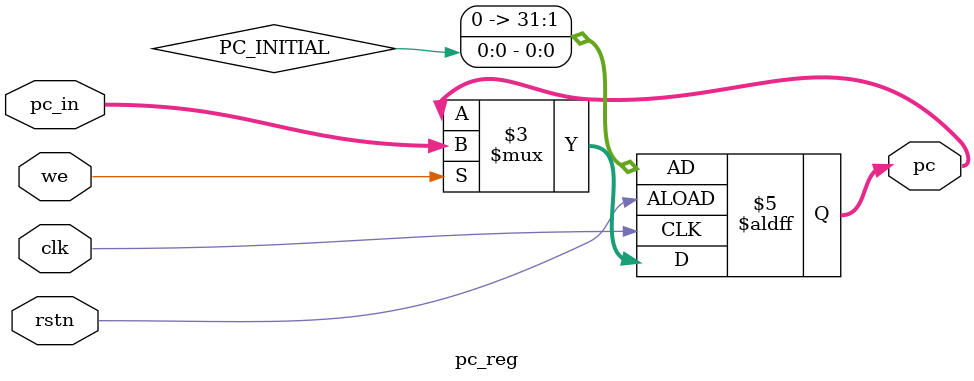
<source format=v>
module pc_reg (
  input clk, 
  input rstn,

  input we,
  input [31:0] pc_in,

  output reg [31:0] pc
);

`include "include/consts.vh"

always @ (posedge clk or negedge rstn) begin
  if (!rstn)   pc <= PC_INITIAL;
  else if (we) pc <= pc_in;
end

endmodule

</source>
